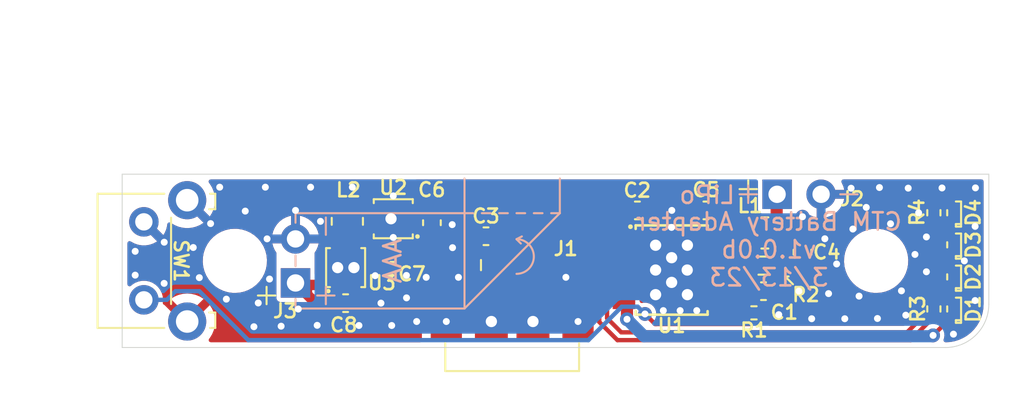
<source format=kicad_pcb>
(kicad_pcb (version 20221018) (generator pcbnew)
  (title_block (title "CTM Battery") (date "2023-03-08") (rev "1.0.0"))
  (layers (0 "F.Cu" signal) (31 "B.Cu" signal) (34 "B.Paste" user) (35 "F.Paste" user) (36 "B.SilkS" user "B.Silkscreen") (37 "F.SilkS" user "F.Silkscreen") (38 "B.Mask" user) (39 "F.Mask" user) (44 "Edge.Cuts" user))
  (net 0 "")
  (net 1 "GND")
  (net 2 "VBUS")
  (net 3 "+5V")
  (net 4 "+3V3")
  (net 5 "+3V0")
  (net 6 "+BATT")
  (net 7 "Net-(U1-BAT)")
  (net 8 "Net-(D1-K)")
  (net 9 "Net-(D1-A)")
  (net 10 "Net-(D3-A)")
  (net 14 "Net-(U1-SW)")
  (net 15 "Net-(U2-LX)")
  (net 16 "Net-(U1-KEY)")
  (net 17 "Net-(SW1-A)")
  (net 18 "Net-(U1-LED1)")
  (net 19 "Net-(U1-LED2)")
  (footprint "Capacitor_SMD:C_0603_1608Metric" (layer "F.Cu") (at 95.37 67.8 -90)
    (fp_text reference "C6" (at -1.9 0.01) (layer "F.SilkS") (effects (font (size 0.8 0.8))))
    (fp_text value "4.7u")
    (fp_line (start -0.14058 -0.51) (end 0.14058 -0.51) (stroke (width 0.12)) (layer "F.SilkS"))
    (fp_line (start -0.14058 0.51) (end 0.14058 0.51) (stroke (width 0.12)) (layer "F.SilkS"))
    (pad "1" smd roundrect (at -0.775 0 270) (size 0.9 0.95) (layers "F.Cu" "F.Paste" "F.Mask") (net 3 "+5V"))
    (pad "2" smd roundrect (at 0.775 0 270) (size 0.9 0.95) (layers "F.Cu" "F.Paste" "F.Mask") (net 1 "GND"))
  )
  (footprint "MountingHole:MountingHole_3.2mm_M3" (layer "F.Cu") (at 84 70)
    (fp_text reference "H1" hide)
    (fp_text value "MountingHole")
    (pad "" np_thru_hole circle (at 0 0) (size 3.2 3.2) (drill 3.2) (layers "*.Cu" "*.Mask"))
  )
  (footprint "slk:L_Vishay_IHHP_0806ZH" (layer "F.Cu") (at 114.58 68.39)
    (fp_text reference "L1" (at -0.86 -1.57) (layer "F.SilkS") (effects (font (size 0.8 0.8))))
    (fp_text value "1u")
    (fp_line (start -0.2 -0.9) (end 0.2 -0.9) (stroke (width 0.12)) (layer "F.SilkS"))
    (fp_line (start -0.2 0.9) (end 0.2 0.9) (stroke (width 0.12)) (layer "F.SilkS"))
    (pad "1" smd roundrect (at -0.675 0) (size 0.85 1.8) (layers "F.Cu" "F.Paste" "F.Mask") (roundrect_rratio 0.2173905882) (net 14 "Net-(U1-SW)"))
    (pad "2" smd roundrect (at 0.675 0) (size 0.85 1.8) (layers "F.Cu" "F.Paste" "F.Mask") (roundrect_rratio 0.2173905882) (net 6 "+BATT"))
  )
  (footprint "Resistor_SMD:R_0402_1005Metric" (layer "F.Cu") (at 124.33 67.225 90)
    (fp_text reference "R4" (at 0.025 -0.97 90) (layer "F.SilkS") (effects (font (size 0.8 0.8))))
    (fp_text value "4.7K")
    (fp_line (start -0.153641 -0.38) (end 0.153641 -0.38) (stroke (width 0.12)) (layer "F.SilkS"))
    (fp_line (start -0.153641 0.38) (end 0.153641 0.38) (stroke (width 0.12)) (layer "F.SilkS"))
    (pad "1" smd roundrect (at -0.51 0 90) (size 0.54 0.64) (layers "F.Cu" "F.Paste" "F.Mask") (net 19 "Net-(U1-LED2)"))
    (pad "2" smd roundrect (at 0.51 0 90) (size 0.54 0.64) (layers "F.Cu" "F.Paste" "F.Mask") (net 10 "Net-(D3-A)"))
  )
  (footprint "Capacitor_SMD:C_0603_1608Metric" (layer "F.Cu") (at 114.5 71.75)
    (fp_text reference "C1" (at 1.2 1.22 180) (layer "F.SilkS") (effects (font (size 0.8 0.8))))
    (fp_text value "22u")
    (fp_line (start -0.14058 -0.51) (end 0.14058 -0.51) (stroke (width 0.12)) (layer "F.SilkS"))
    (fp_line (start -0.14058 0.51) (end 0.14058 0.51) (stroke (width 0.12)) (layer "F.SilkS"))
    (pad "1" smd roundrect (at -0.775 0) (size 0.9 0.95) (layers "F.Cu" "F.Paste" "F.Mask") (net 7 "Net-(U1-BAT)"))
    (pad "2" smd roundrect (at 0.775 0) (size 0.9 0.95) (layers "F.Cu" "F.Paste" "F.Mask") (net 1 "GND"))
  )
  (footprint "MountingHole:MountingHole_3.2mm_M3" (layer "F.Cu") (at 121 70)
    (fp_text reference "H2" hide)
    (fp_text value "MountingHole")
    (pad "" np_thru_hole circle (at 0 0) (size 3.2 3.2) (drill 3.2) (layers "*.Cu" "*.Mask"))
  )
  (footprint "Resistor_SMD:R_0402_1005Metric" (layer "F.Cu") (at 113.95 73)
    (fp_text reference "R1" (at 0 1) (layer "F.SilkS") (effects (font (size 0.8 0.8))))
    (fp_text value "10K")
    (fp_line (start -0.153641 -0.38) (end 0.153641 -0.38) (stroke (width 0.12)) (layer "F.SilkS"))
    (fp_line (start -0.153641 0.38) (end 0.153641 0.38) (stroke (width 0.12)) (layer "F.SilkS"))
    (pad "1" smd roundrect (at -0.51 0) (size 0.54 0.64) (layers "F.Cu" "F.Paste" "F.Mask") (net 16 "Net-(U1-KEY)"))
    (pad "2" smd roundrect (at 0.51 0) (size 0.54 0.64) (layers "F.Cu" "F.Paste" "F.Mask") (net 17 "Net-(SW1-A)"))
  )
  (footprint "Connector_PinHeader_2.54mm:PinHeader_1x02_P2.54mm_Vertical" (layer "F.Cu") (at 87.5 71.275 180)
    (fp_text reference "J3" (at 0.6 -1.615) (layer "F.SilkS") (effects (font (size 0.8 0.8))))
    (fp_text value "Conn_01x02")
    (pad "1" thru_hole rect (at 0 0 180) (size 1.7 1.7) (drill 1) (layers "*.Cu" "*.Mask") (net 5 "+3V0"))
    (pad "2" thru_hole oval (at 0 2.54 180) (size 1.7 1.7) (drill 1) (layers "*.Cu" "*.Mask") (net 1 "GND"))
  )
  (footprint "Capacitor_SMD:C_0603_1608Metric" (layer "F.Cu") (at 111.18 67.09 180)
    (fp_text reference "C5" (at -0.01 1.19) (layer "F.SilkS") (effects (font (size 0.8 0.8))))
    (fp_text value "22u")
    (fp_line (start -0.14058 -0.51) (end 0.14058 -0.51) (stroke (width 0.12)) (layer "F.SilkS"))
    (fp_line (start -0.14058 0.51) (end 0.14058 0.51) (stroke (width 0.12)) (layer "F.SilkS"))
    (pad "1" smd roundrect (at -0.775 0 180) (size 0.9 0.95) (layers "F.Cu" "F.Paste" "F.Mask") (net 3 "+5V"))
    (pad "2" smd roundrect (at 0.775 0 180) (size 0.9 0.95) (layers "F.Cu" "F.Paste" "F.Mask") (net 1 "GND"))
  )
  (footprint "slk:LED_RA_0402" (layer "F.Cu") (at 125.25 72.775 -90)
    (fp_text reference "D1" (at 0.005 -1.35 90) (layer "F.SilkS") (effects (font (size 0.8 0.8))))
    (fp_text value "25%")
    (fp_line (start -0.65 -0.65) (end 0.65 -0.65) (stroke (width 0.12)) (layer "F.SilkS"))
    (fp_line (start -0.65 -0.35) (end -0.65 -0.65) (stroke (width 0.12)) (layer "F.SilkS"))
    (fp_line (start -0.15 0.15) (end 0.15 0.15) (stroke (width 0.12)) (layer "F.SilkS"))
    (fp_line (start 0.65 -0.65) (end 0.65 -0.35) (stroke (width 0.12)) (layer "F.SilkS"))
    (fp_line (start 0.65 -0.65) (end 0.8 -0.65) (stroke (width 0.12)) (layer "F.SilkS"))
    (fp_line (start 0.8 -0.35) (end 0.65 -0.35) (stroke (width 0.12)) (layer "F.SilkS"))
    (fp_line (start 0.8 -0.35) (end 0.8 -0.65) (stroke (width 0.12)) (layer "F.SilkS"))
    (pad "1" smd roundrect (at 0.5 0 270) (size 0.5 0.5) (layers "F.Cu" "F.Paste" "F.Mask") (net 8 "Net-(D1-K)"))
    (pad "2" smd roundrect (at -0.5 0 270) (size 0.5 0.5) (layers "F.Cu" "F.Paste" "F.Mask") (net 9 "Net-(D1-A)"))
  )
  (footprint "slk:LED_RA_0402" (layer "F.Cu") (at 125.25 67.225 -90)
    (fp_text reference "D4" (at -0.005 -1.35 90) (layer "F.SilkS") (effects (font (size 0.8 0.8))))
    (fp_text value "100%")
    (fp_line (start -0.65 -0.65) (end 0.65 -0.65) (stroke (width 0.12)) (layer "F.SilkS"))
    (fp_line (start -0.65 -0.35) (end -0.65 -0.65) (stroke (width 0.12)) (layer "F.SilkS"))
    (fp_line (start -0.15 0.15) (end 0.15 0.15) (stroke (width 0.12)) (layer "F.SilkS"))
    (fp_line (start 0.65 -0.65) (end 0.65 -0.35) (stroke (width 0.12)) (layer "F.SilkS"))
    (fp_line (start 0.65 -0.65) (end 0.8 -0.65) (stroke (width 0.12)) (layer "F.SilkS"))
    (fp_line (start 0.8 -0.35) (end 0.65 -0.35) (stroke (width 0.12)) (layer "F.SilkS"))
    (fp_line (start 0.8 -0.35) (end 0.8 -0.65) (stroke (width 0.12)) (layer "F.SilkS"))
    (pad "1" smd roundrect (at 0.5 0 270) (size 0.5 0.5) (layers "F.Cu" "F.Paste" "F.Mask") (net 10 "Net-(D3-A)"))
    (pad "2" smd roundrect (at -0.5 0 270) (size 0.5 0.5) (layers "F.Cu" "F.Paste" "F.Mask") (net 8 "Net-(D1-K)"))
  )
  (footprint "slk:eSOP-8" (layer "F.Cu") (at 109.2 70.53)
    (fp_text reference "U1" (at 0 3.21) (layer "F.SilkS") (effects (font (size 0.8 0.8))))
    (fp_text value "IP5306_CK")
    (fp_line (start -2.075 -2.575) (end -2.075 -2.375) (stroke (width 0.15)) (layer "F.SilkS"))
    (fp_line (start -2.075 -2.575) (end 2.075 -2.575) (stroke (width 0.15)) (layer "F.SilkS"))
    (fp_line (start -2.075 2.575) (end -2.075 2.375) (stroke (width 0.15)) (layer "F.SilkS"))
    (fp_line (start -2.075 2.575) (end 2.075 2.575) (stroke (width 0.15)) (layer "F.SilkS"))
    (fp_line (start 2.075 -2.575) (end 2.075 -2.375) (stroke (width 0.15)) (layer "F.SilkS"))
    (fp_line (start 2.075 2.575) (end 2.075 2.375) (stroke (width 0.15)) (layer "F.SilkS"))
    (fp_circle (center -2.375 -2.5) (end -2.3 -2.5) (stroke (width 0.12)) (fill solid) (layer "F.SilkS"))
    (pad "1" smd rect (at -2.75 -1.905) (size 1.3 0.7) (layers "F.Cu" "F.Paste" "F.Mask") (net 2 "VBUS"))
    (pad "2" smd rect (at -2.75 -0.635) (size 1.3 0.7) (layers "F.Cu" "F.Paste" "F.Mask") (net 18 "Net-(U1-LED1)"))
    (pad "3" smd rect (at -2.75 0.635) (size 1.3 0.7) (layers "F.Cu" "F.Paste" "F.Mask") (net 19 "Net-(U1-LED2)"))
    (pad "4" smd rect (at -2.75 1.905) (size 1.3 0.7) (layers "F.Cu" "F.Paste" "F.Mask") (net 8 "Net-(D1-K)"))
    (pad "5" smd rect (at 2.75 1.905) (size 1.3 0.7) (layers "F.Cu" "F.Paste" "F.Mask") (net 16 "Net-(U1-KEY)"))
    (pad "6" smd rect (at 2.75 0.635) (size 1.3 0.7) (layers "F.Cu" "F.Paste" "F.Mask") (net 7 "Net-(U1-BAT)"))
    (pad "7" smd rect (at 2.75 -0.635) (size 1.3 0.7) (layers "F.Cu" "F.Paste" "F.Mask") (net 14 "Net-(U1-SW)"))
    (pad "8" smd rect (at 2.75 -1.905) (size 1.3 0.7) (layers "F.Cu" "F.Paste" "F.Mask") (net 3 "+5V"))
    (pad "9" smd rect (at 0 0) (size 2.4 3.4) (layers "F.Cu" "F.Mask") (net 1 "GND"))
  )
  (footprint "slk:SW_Tactile_SKHH_Angled_Shielded" (layer "F.Cu") (at 78.75 72.25 90)
    (fp_text reference "SW1" (at 2.25 2.15 270 unlocked) (layer "F.SilkS") (effects (font (size 0.8 0.8))))
    (fp_text value "SW_Push_SPST_Shielded")
    (fp_line (start -1.62 -2.67) (end -1.62 1.18) (stroke (width 0.12)) (layer "F.SilkS"))
    (fp_line (start -1.62 3.82) (end -1.62 4.12) (stroke (width 0.12)) (layer "F.SilkS"))
    (fp_line (start -0.73 4.12) (end -1.62 4.12) (stroke (width 0.12)) (layer "F.SilkS"))
    (fp_line (start -0.73 4.12) (end -0.73 3.77) (stroke (width 0.12)) (layer "F.SilkS"))
    (fp_line (start -0.24 1.57) (end 4.74 1.57) (stroke (width 0.12)) (layer "F.SilkS"))
    (fp_line (start 5.23 4.12) (end 5.23 3.77) (stroke (width 0.12)) (layer "F.SilkS"))
    (fp_line (start 6.12 -2.67) (end -1.62 -2.67) (stroke (width 0.12)) (layer "F.SilkS"))
    (fp_line (start 6.12 1.18) (end 6.12 -2.67) (stroke (width 0.12)) (layer "F.SilkS"))
    (fp_line (start 6.12 3.82) (end 6.12 4.12) (stroke (width 0.12)) (layer "F.SilkS"))
    (fp_line (start 6.12 4.12) (end 5.23 4.12) (stroke (width 0.12)) (layer "F.SilkS"))
    (pad "1" thru_hole circle (at 0 0 270) (size 1.7 1.7) (drill 1) (layers "*.Cu" "*.Mask") (net 17 "Net-(SW1-A)"))
    (pad "2" thru_hole circle (at 4.5 0 270) (size 1.7 1.7) (drill 1) (layers "*.Cu" "*.Mask") (net 1 "GND"))
    (pad "3" thru_hole circle (at -1.25 2.5 270) (size 2.2 2.2) (drill 1.3) (layers "*.Cu" "*.Mask") (net 1 "GND"))
    (pad "4" thru_hole circle (at 5.75 2.5 270) (size 2.2 2.2) (drill 1.3) (layers "*.Cu" "*.Mask") (net 1 "GND"))
  )
  (footprint "Capacitor_SMD:C_0603_1608Metric" (layer "F.Cu") (at 116.75 69.5 90)
    (fp_text reference "C4" (at 0 1.4) (layer "F.SilkS") (effects (font (size 0.8 0.8))))
    (fp_text value "22u")
    (fp_line (start -0.14058 -0.51) (end 0.14058 -0.51) (stroke (width 0.12)) (layer "F.SilkS"))
    (fp_line (start -0.14058 0.51) (end 0.14058 0.51) (stroke (width 0.12)) (layer "F.SilkS"))
    (pad "1" smd roundrect (at -0.775 0 90) (size 0.9 0.95) (layers "F.Cu" "F.Paste" "F.Mask") (net 6 "+BATT"))
    (pad "2" smd roundrect (at 0.775 0 90) (size 0.9 0.95) (layers "F.Cu" "F.Paste" "F.Mask") (net 1 "GND"))
  )
  (footprint "slk:L_Vishay_IHHP_0806ZH" (layer "F.Cu") (at 90.49 67.72 -90)
    (fp_text reference "L2" (at -1.81 -0.06 180) (layer "F.SilkS") (effects (font (size 0.8 0.8))))
    (fp_text value "2.2u")
    (fp_line (start -0.2 -0.9) (end 0.2 -0.9) (stroke (width 0.12)) (layer "F.SilkS"))
    (fp_line (start -0.2 0.9) (end 0.2 0.9) (stroke (width 0.12)) (layer "F.SilkS"))
    (pad "1" smd roundrect (at -0.675 0 270) (size 0.85 1.8) (layers "F.Cu" "F.Paste" "F.Mask") (roundrect_rratio 0.2173905882) (net 15 "Net-(U2-LX)"))
    (pad "2" smd roundrect (at 0.675 0 270) (size 0.85 1.8) (layers "F.Cu" "F.Paste" "F.Mask") (roundrect_rratio 0.2173905882) (net 4 "+3V3"))
  )
  (footprint "Capacitor_SMD:C_0603_1608Metric" (layer "F.Cu") (at 107.225 67.09)
    (fp_text reference "C2" (at -0.01 -1.16) (layer "F.SilkS") (effects (font (size 0.8 0.8))))
    (fp_text value "10u")
    (fp_line (start -0.14058 -0.51) (end 0.14058 -0.51) (stroke (width 0.12)) (layer "F.SilkS"))
    (fp_line (start -0.14058 0.51) (end 0.14058 0.51) (stroke (width 0.12)) (layer "F.SilkS"))
    (pad "1" smd roundrect (at -0.775 0) (size 0.9 0.95) (layers "F.Cu" "F.Paste" "F.Mask") (net 2 "VBUS"))
    (pad "2" smd roundrect (at 0.775 0) (size 0.9 0.95) (layers "F.Cu" "F.Paste" "F.Mask") (net 1 "GND"))
  )
  (footprint "slk:LED_RA_0402" (layer "F.Cu") (at 125.25 69.075 -90)
    (fp_text reference "D3" (at 0.005 -1.35 90) (layer "F.SilkS") (effects (font (size 0.8 0.8))))
    (fp_text value "75%")
    (fp_line (start -0.65 -0.65) (end 0.65 -0.65) (stroke (width 0.12)) (layer "F.SilkS"))
    (fp_line (start -0.65 -0.35) (end -0.65 -0.65) (stroke (width 0.12)) (layer "F.SilkS"))
    (fp_line (start -0.15 0.15) (end 0.15 0.15) (stroke (width 0.12)) (layer "F.SilkS"))
    (fp_line (start 0.65 -0.65) (end 0.65 -0.35) (stroke (width 0.12)) (layer "F.SilkS"))
    (fp_line (start 0.65 -0.65) (end 0.8 -0.65) (stroke (width 0.12)) (layer "F.SilkS"))
    (fp_line (start 0.8 -0.35) (end 0.65 -0.35) (stroke (width 0.12)) (layer "F.SilkS"))
    (fp_line (start 0.8 -0.35) (end 0.8 -0.65) (stroke (width 0.12)) (layer "F.SilkS"))
    (pad "1" smd roundrect (at 0.5 0 270) (size 0.5 0.5) (layers "F.Cu" "F.Paste" "F.Mask") (net 8 "Net-(D1-K)"))
    (pad "2" smd roundrect (at -0.5 0 270) (size 0.5 0.5) (layers "F.Cu" "F.Paste" "F.Mask") (net 10 "Net-(D3-A)"))
  )
  (footprint "slk:USB_Micro-B_Amphenol_10118192_Horizontal" (layer "F.Cu") (at 100 73.5)
    (fp_text reference "J1" (at 3.09 -4.2) (layer "F.SilkS") (effects (font (size 0.8 0.8))))
    (fp_text value "USB_B_Micro")
    (fp_line (start -3.86 2.86) (end -3.86 1.25) (stroke (width 0.12)) (layer "F.SilkS"))
    (fp_line (start -3.86 2.86) (end 3.86 2.86) (stroke (width 0.12)) (layer "F.SilkS"))
    (fp_line (start -1.8 -2.96) (end -1.8 -3.55) (stroke (width 0.12)) (layer "F.SilkS"))
    (fp_line (start 3.86 2.86) (end 3.86 1.25) (stroke (width 0.12)) (layer "F.SilkS"))
    (pad "1" smd rect (at -1.3 -2.675) (size 0.4 1.35) (layers "F.Cu" "F.Paste" "F.Mask") (net 2 "VBUS"))
    (pad "2" smd rect (at -0.65 -2.675) (size 0.4 1.35) (layers "F.Cu" "F.Paste" "F.Mask"))
    (pad "3" smd rect (at 0 -2.675) (size 0.4 1.35) (layers "F.Cu" "F.Paste" "F.Mask"))
    (pad "4" smd rect (at 0.65 -2.675) (size 0.4 1.35) (layers "F.Cu" "F.Paste" "F.Mask"))
    (pad "5" smd rect (at 1.3 -2.675) (size 0.4 1.35) (layers "F.Cu" "F.Paste" "F.Mask") (net 1 "GND"))
    (pad "6" smd rect (at -3.8 0) (size 1.8 1.9) (layers "F.Cu" "F.Paste" "F.Mask") (net 1 "GND"))
    (pad "6" smd rect (at -3.1 -2.55) (size 2.1 1.6) (layers "F.Cu" "F.Paste" "F.Mask") (net 1 "GND"))
    (pad "6" smd rect (at -1.2 0) (size 1.9 1.9) (layers "F.Cu" "F.Paste" "F.Mask") (net 1 "GND"))
    (pad "6" smd rect (at 1.2 0) (size 1.9 1.9) (layers "F.Cu" "F.Paste" "F.Mask") (net 1 "GND"))
    (pad "6" smd rect (at 3.1 -2.55) (size 2.1 1.6) (layers "F.Cu" "F.Paste" "F.Mask") (net 1 "GND"))
    (pad "6" smd rect (at 3.8 0) (size 1.8 1.9) (layers "F.Cu" "F.Paste" "F.Mask") (net 1 "GND"))
  )
  (footprint "Capacitor_SMD:C_0603_1608Metric" (layer "F.Cu") (at 93.12 69.55)
    (fp_text reference "C7" (at 1.1 1.21) (layer "F.SilkS") (effects (font (size 0.8 0.8))))
    (fp_text value "10u")
    (fp_line (start -0.14058 -0.51) (end 0.14058 -0.51) (stroke (width 0.12)) (layer "F.SilkS"))
    (fp_line (start -0.14058 0.51) (end 0.14058 0.51) (stroke (width 0.12)) (layer "F.SilkS"))
    (pad "1" smd roundrect (at -0.775 0) (size 0.9 0.95) (layers "F.Cu" "F.Paste" "F.Mask") (net 4 "+3V3"))
    (pad "2" smd roundrect (at 0.775 0) (size 0.9 0.95) (layers "F.Cu" "F.Paste" "F.Mask") (net 1 "GND"))
  )
  (footprint "slk:LED_RA_0402" (layer "F.Cu") (at 125.25 70.925 -90)
    (fp_text reference "D2" (at 0 -1.35 90) (layer "F.SilkS") (effects (font (size 0.8 0.8))))
    (fp_text value "50%")
    (fp_line (start -0.65 -0.65) (end 0.65 -0.65) (stroke (width 0.12)) (layer "F.SilkS"))
    (fp_line (start -0.65 -0.35) (end -0.65 -0.65) (stroke (width 0.12)) (layer "F.SilkS"))
    (fp_line (start -0.15 0.15) (end 0.15 0.15) (stroke (width 0.12)) (layer "F.SilkS"))
    (fp_line (start 0.65 -0.65) (end 0.65 -0.35) (stroke (width 0.12)) (layer "F.SilkS"))
    (fp_line (start 0.65 -0.65) (end 0.8 -0.65) (stroke (width 0.12)) (layer "F.SilkS"))
    (fp_line (start 0.8 -0.35) (end 0.65 -0.35) (stroke (width 0.12)) (layer "F.SilkS"))
    (fp_line (start 0.8 -0.35) (end 0.8 -0.65) (stroke (width 0.12)) (layer "F.SilkS"))
    (pad "1" smd roundrect (at 0.5 0 270) (size 0.5 0.5) (layers "F.Cu" "F.Paste" "F.Mask") (net 9 "Net-(D1-A)"))
    (pad "2" smd roundrect (at -0.5 0 270) (size 0.5 0.5) (layers "F.Cu" "F.Paste" "F.Mask") (net 8 "Net-(D1-K)"))
  )
  (footprint "slk:WSON-6_2x2" (layer "F.Cu") (at 90.39 70.39 90)
    (fp_text reference "U3" (at -0.88 2.09 180) (layer "F.SilkS") (effects (font (size 0.8 0.8))))
    (fp_text value "TLV75730PDRV")
    (fp_line (start -1.125 -1.125) (end -1.125 -0.9) (stroke (width 0.12)) (layer "F.SilkS"))
    (fp_line (start -1.125 -1.125) (end 1.125 -1.125) (stroke (width 0.12)) (layer "F.SilkS"))
    (fp_line (start -1.125 1.125) (end -1.125 0.9) (stroke (width 0.12)) (layer "F.SilkS"))
    (fp_line (start -1.125 1.125) (end 1.125 1.125) (stroke (width 0.12)) (layer "F.SilkS"))
    (fp_line (start 1.125 -0.9) (end 1.125 -1.125) (stroke (width 0.12)) (layer "F.SilkS"))
    (fp_line (start 1.125 1.125) (end 1.125 0.9) (stroke (width 0.12)) (layer "F.SilkS"))
    (fp_circle (center -1.354289 -1) (end -1.283578 -1) (stroke (width 0.12)) (fill solid) (layer "F.SilkS"))
    (pad "1" smd roundrect (at -0.975 -0.65 90) (size 0.45 0.3) (layers "F.Cu" "F.Paste" "F.Mask") (roundrect_rratio 0.1666666667) (net 5 "+3V0"))
    (pad "2" smd roundrect (at -0.975 0 90) (size 0.45 0.3) (layers "F.Cu" "F.Paste" "F.Mask") (roundrect_rratio 0.1666666667))
    (pad "3" smd roundrect (at -0.975 0.65 90) (size 0.45 0.3) (layers "F.Cu" "F.Paste" "F.Mask") (roundrect_rratio 0.1666666667) (net 1 "GND"))
    (pad "4" smd roundrect (at 0.975 0.65 90) (size 0.45 0.3) (layers "F.Cu" "F.Paste" "F.Mask") (roundrect_rratio 0.1666666667) (net 4 "+3V3"))
    (pad "5" smd roundrect (at 0.975 0 90) (size 0.45 0.3) (layers "F.Cu" "F.Paste" "F.Mask") (roundrect_rratio 0.1666666667))
    (pad "6" smd roundrect (at 0.975 -0.65 90) (size 0.45 0.3) (layers "F.Cu" "F.Paste" "F.Mask") (roundrect_rratio 0.1666666667) (net 4 "+3V3"))
    (pad "7" smd roundrect (at 0 0 90) (size 1 1.6) (layers "F.Cu" "F.Mask") (roundrect_rratio 0.05) (net 1 "GND"))
  )
  (footprint "Resistor_SMD:R_0402_1005Metric" (layer "F.Cu") (at 124.33 72.775 90)
    (fp_text reference "R3" (at 0 -0.93 90) (layer "F.SilkS") (effects (font (size 0.8 0.8))))
    (fp_text value "4.7K")
    (fp_line (start -0.153641 -0.38) (end 0.153641 -0.38) (stroke (width 0.12)) (layer "F.SilkS"))
    (fp_line (start -0.153641 0.38) (end 0.153641 0.38) (stroke (width 0.12)) (layer "F.SilkS"))
    (pad "1" smd roundrect (at -0.51 0 90) (size 0.54 0.64) (layers "F.Cu" "F.Paste" "F.Mask") (net 18 "Net-(U1-LED1)"))
    (pad "2" smd roundrect (at 0.51 0 90) (size 0.54 0.64) (layers "F.Cu" "F.Paste" "F.Mask") (net 9 "Net-(D1-A)"))
  )
  (footprint "Resistor_SMD:R_0603_1608Metric" (layer "F.Cu") (at 114.449 70.275)
    (fp_text reference "R2" (at 2.5 1.68 180) (layer "F.SilkS") (effects (font (size 0.8 0.8))))
    (fp_text value "0.5")
    (fp_line (start -0.237258 -0.5225) (end 0.237258 -0.5225) (stroke (width 0.12)) (layer "F.SilkS"))
    (fp_line (start -0.237258 0.5225) (end 0.237258 0.5225) (stroke (width 0.12)) (layer "F.SilkS"))
    (pad "1" smd roundrect (at -0.825 0) (size 0.8 0.95) (layers "F.Cu" "F.Paste" "F.Mask") (net 7 "Net-(U1-BAT)"))
    (pad "2" smd roundrect (at 0.825 0) (size 0.8 0.95) (layers "F.Cu" "F.Paste" "F.Mask") (net 6 "+BATT"))
  )
  (footprint "Capacitor_SMD:C_0603_1608Metric" (layer "F.Cu") (at 90.39 72.44)
    (fp_text reference "C8" (at -0.11 1.26) (layer "F.SilkS") (effects (font (size 0.8 0.8))))
    (fp_text value "1u")
    (fp_line (start -0.14058 -0.51) (end 0.14058 -0.51) (stroke (width 0.12)) (layer "F.SilkS"))
    (fp_line (start -0.14058 0.51) (end 0.14058 0.51) (stroke (width 0.12)) (layer "F.SilkS"))
    (pad "1" smd roundrect (at -0.775 0) (size 0.9 0.95) (layers "F.Cu" "F.Paste" "F.Mask") (net 5 "+3V0"))
    (pad "2" smd roundrect (at 0.775 0) (size 0.9 0.95) (layers "F.Cu" "F.Paste" "F.Mask") (net 1 "GND"))
  )
  (footprint "Capacitor_SMD:C_0603_1608Metric" (layer "F.Cu") (at 98.49 68.58 180)
    (fp_text reference "C3" (at 0 1.16) (layer "F.SilkS") (effects (font (size 0.8 0.8))))
    (fp_text value "10u")
    (fp_line (start -0.14058 -0.51) (end 0.14058 -0.51) (stroke (width 0.12)) (layer "F.SilkS"))
    (fp_line (start -0.14058 0.51) (end 0.14058 0.51) (stroke (width 0.12)) (layer "F.SilkS"))
    (pad "1" smd roundrect (at -0.775 0 180) (size 0.9 0.95) (layers "F.Cu" "F.Paste" "F.Mask") (net 2 "VBUS"))
    (pad "2" smd roundrect (at 0.775 0 180) (size 0.9 0.95) (layers "F.Cu" "F.Paste" "F.Mask") (net 1 "GND"))
  )
  (footprint "Connector_PinHeader_2.54mm:PinHeader_1x02_P2.54mm_Vertical" (layer "F.Cu") (at 115.285 66.16 90)
    (fp_text reference "J2" (at -0.265 4.33) (layer "F.SilkS") (effects (font (size 0.8 0.8))))
    (fp_text value "Conn_01x02")
    (pad "1" thru_hole rect (at 0 0 90) (size 1.7 1.7) (drill 1) (layers "*.Cu" "*.Mask") (net 6 "+BATT"))
    (pad "2" thru_hole oval (at 0 2.54 90) (size 1.7 1.7) (drill 1) (layers "*.Cu" "*.Mask") (net 1 "GND"))
  )
  (footprint "slk:WDFN-6L_2x2" (layer "F.Cu") (at 93.14 67.57 180)
    (fp_text reference "U2" (at 0 1.8) (layer "F.SilkS") (effects (font (size 0.8 0.8))))
    (fp_text value "RT8010")
    (fp_line (start -1.125 -1.125) (end -1.125 -0.9) (stroke (width 0.12)) (layer "F.SilkS"))
    (fp_line (start -1.125 -1.125) (end 1.125 -1.125) (stroke (width 0.12)) (layer "F.SilkS"))
    (fp_line (start -1.125 1.125) (end -1.125 0.9) (stroke (width 0.12)) (layer "F.SilkS"))
    (fp_line (start -1.125 1.125) (end 1.125 1.125) (stroke (width 0.12)) (layer "F.SilkS"))
    (fp_line (start 1.125 -1.125) (end 1.125 -0.9) (stroke (width 0.12)) (layer "F.SilkS"))
    (fp_line (start 1.125 1.125) (end 1.125 0.9) (stroke (width 0.12)) (layer "F.SilkS"))
    (fp_circle (center -1.395711 -1.025) (end -1.325 -1.025) (stroke (width 0.12)) (fill solid) (layer "F.SilkS"))
    (pad "1" smd roundrect (at -1 -0.65 180) (size 0.8 0.35) (layers "F.Cu" "F.Paste" "F.Mask"))
    (pad "2" smd roundrect (at -1 0 180) (size 0.8 0.35) (layers "F.Cu" "F.Paste" "F.Mask") (net 3 "+5V"))
    (pad "3" smd roundrect (at -1 0.65 180) (size 0.8 0.35) (layers "F.Cu" "F.Paste" "F.Mask") (net 3 "+5V"))
    (pad "4" smd roundrect (at 1 0.65 180) (size 0.8 0.35) (layers "F.Cu" "F.Paste" "F.Mask") (net 15 "Net-(U2-LX)"))
    (pad "5" smd roundrect (at 1 0 180) (size 0.8 0.35) (layers "F.Cu" "F.Paste" "F.Mask") (net 1 "GND"))
    (pad "6" smd roundrect (at 1 -0.65 180) (size 0.8 0.35) (layers "F.Cu" "F.Paste" "F.Mask") (net 4 "+3V3"))
    (pad "7" smd rect (at 0 0 180) (size 0.8 1.4) (layers "F.Cu" "F.Mask") (net 1 "GND"))
  )
  (gr_line (start 97.25 67.25) (end 97.25 65.25) (stroke (width 0.12)) (layer "B.SilkS"))
  (gr_line (start 113.62 65.66) (end 113.62 66.66) (stroke (width 0.12)) (layer "B.SilkS"))
  (gr_line (start 97.25 72.75) (end 102.75 67.25) (stroke (width 0.12)) (layer "B.SilkS"))
  (gr_line (start 98.25 67.25) (end 98.75 67.25) (stroke (width 0.12)) (layer "B.SilkS"))
  (gr_line (start 89.25 71.5) (end 89.25 72.5) (stroke (width 0.12)) (layer "B.SilkS"))
  (gr_line (start 89.25 68.5) (end 89.25 67.5) (stroke (width 0.12)) (layer "B.SilkS"))
  (gr_line (start 87.5 69.7) (end 87.5 70.3) (stroke (width 0.12)) (layer "B.SilkS"))
  (gr_line (start 114.12 66.16) (end 113.12 66.16) (stroke (width 0.12)) (layer "B.SilkS"))
  (gr_line (start 99.25 67.25) (end 99.75 67.25) (stroke (width 0.12)) (layer "B.SilkS"))
  (gr_line (start 102.25 67.25) (end 102.75 67.25) (stroke (width 0.12)) (layer "B.SilkS"))
  (gr_line (start 87.5 67.25) (end 87.5 67.8) (stroke (width 0.12)) (layer "B.SilkS"))
  (gr_line (start 87.5 67.25) (end 97.25 67.25) (stroke (width 0.12)) (layer "B.SilkS"))
  (gr_line (start 100.25 67.25) (end 100.75 67.25) (stroke (width 0.12)) (layer "B.SilkS"))
  (gr_line (start 100.25 68.75) (end 100.56 68.59) (stroke (width 0.12)) (layer "B.SilkS"))
  (gr_arc (start 100.25 68.75) (mid 101.25 69.75) (end 100.25 70.75) (stroke (width 0.12)) (layer "B.SilkS"))
  (gr_line (start 87.5 72.2) (end 87.5 72.75) (stroke (width 0.12)) (layer "B.SilkS"))
  (gr_line (start 101.25 67.25) (end 101.75 67.25) (stroke (width 0.12)) (layer "B.SilkS"))
  (gr_line (start 88.75 72) (end 89.75 72) (stroke (width 0.12)) (layer "B.SilkS"))
  (gr_line (start 119.93 66.16) (end 118.93 66.16) (stroke (width 0.12)) (layer "B.SilkS"))
  (gr_line (start 97.25 67.25) (end 97.75 67.25) (stroke (width 0.12)) (layer "B.SilkS"))
  (gr_line (start 102.75 67.25) (end 102.75 65.25) (stroke (width 0.12)) (layer "B.SilkS"))
  (gr_line (start 100.25 68.75) (end 100.5 69) (stroke (width 0.12)) (layer "B.SilkS"))
  (gr_line (start 87.5 72.75) (end 97.25 72.75) (stroke (width 0.12)) (layer "B.SilkS"))
  (gr_line (start 97.25 67.25) (end 97.25 72.75) (stroke (width 0.12)) (layer "B.SilkS"))
  (gr_line (start 85.33 72) (end 86.33 72) (stroke (width 0.12)) (layer "F.SilkS"))
  (gr_line (start 113.62 65.36) (end 113.62 66.36) (stroke (width 0.12)) (layer "F.SilkS"))
  (gr_line (start 116.2 71.35) (end 115.75 70.9) (stroke (width 0.12)) (layer "F.SilkS"))
  (gr_line (start 85.83 72.5) (end 85.83 71.5) (stroke (width 0.12)) (layer "F.SilkS"))
  (gr_line (start 113.12 65.86) (end 114.12 65.86) (stroke (width 0.12)) (layer "F.SilkS"))
  (gr_line (start 115.75 70.9) (end 115.75 71.1) (stroke (width 0.12)) (layer "F.SilkS"))
  (gr_line (start 115.75 70.9) (end 115.95 70.9) (stroke (width 0.12)) (layer "F.SilkS"))
  (gr_line (start 77.5 75) (end 77.5 65) (stroke (width 0.05)) (layer "Edge.Cuts"))
  (gr_line (start 77.5 65) (end 127.5 65) (stroke (width 0.05)) (layer "Edge.Cuts"))
  (gr_arc (start 127.5 72.5) (mid 126.767767 74.267767) (end 125 75) (stroke (width 0.05)) (layer "Edge.Cuts"))
  (gr_line (start 125 75) (end 77.5 75) (stroke (width 0.05)) (layer "Edge.Cuts"))
  (gr_line (start 127.5 65) (end 127.5 72.5) (stroke (width 0.05)) (layer "Edge.Cuts"))
  (gr_text "CTM Battery Adapter\nv1.0.0b\n3/13/23" (at 114.81 69.35) (layer "B.SilkS") (effects (font (size 1 1)) (justify mirror)))
  (gr_text "AAA" (at 93.1 70 90) (layer "B.SilkS") (effects (font (size 1 1)) (justify mirror)))
  (gr_text "LiPo" (at 111.25 66.2) (layer "B.SilkS") (effects (font (size 1 1)) (justify mirror)))
  (segment (start 101.3 70.825) (end 101.3 73.4) (width 0.4) (layer "F.Cu") (net 1))
  (segment (start 97.695 69.51) (end 96.975 69.51) (width 0.25) (layer "F.Cu") (net 1))
  (segment (start 93.14 67.57) (end 93.14 68.702245) (width 0.5) (layer "F.Cu") (net 1))
  (segment (start 93.895 69.459311) (end 93.138967 68.703278) (width 0.6) (layer "F.Cu") (net 1))
  (segment (start 101.425 70.95) (end 101.3 70.825) (width 0.25) (layer "F.Cu") (net 1))
  (segment (start 93.14 68.702245) (end 93.138967 68.703278) (width 0.25) (layer "F.Cu") (net 1))
  (segment (start 103.095 70.91) (end 101.42 70.91) (width 0.6) (layer "F.Cu") (net 1))
  (segment (start 96.22 69.515) (end 95.5 69.515) (width 0.25) (layer "F.Cu") (net 1))
  (segment (start 97.715 69.385) (end 97.715 68.485) (width 0.5) (layer "F.Cu") (net 1))
  (via (at 117.28 73.34) (size 0.8) (drill 0.4) (layers "F.Cu" "B.Cu") (net 1))
  (via (at 118.72 70.18) (size 0.8) (drill 0.4) (layers "F.Cu" "B.Cu") (net 1))
  (via (at 83.51 72.21) (size 0.8) (drill 0.4) (layers "F.Cu" "B.Cu") (net 1))
  (via (at 81.95 70.97) (size 0.8) (drill 0.4) (layers "F.Cu" "B.Cu") (net 1))
  (via (at 119.555 65.81) (size 0.8) (drill 0.4) (layers "F.Cu" "B.Cu") (net 1))
  (via (at 93.14 68.65) (size 0.8) (drill 0.4) (layers "F.Cu" "B.Cu") (net 1))
  (via (at 89.93 70.39) (size 1.05) (drill 0.65) (layers "F.Cu" "B.Cu") (net 1))
  (via (at 79.925 68.925) (size 0.8) (drill 0.4) (layers "F.Cu" "B.Cu") (net 1))
  (via (at 101.2 73.5) (size 1.05) (drill 0.65) (layers "F.Cu" "B.Cu") (net 1))
  (via (at 87.66 72.78) (size 0.8) (drill 0.4) (layers "F.Cu" "B.Cu") (net 1))
  (via (at 103.8 73.5) (size 0.8) (drill 0.4) (layers "F.Cu" "B.Cu") (net 1))
  (via (at 93.05 73.73) (size 0.8) (drill 0.4) (layers "F.Cu" "B.Cu") (net 1))
  (via (at 123.45 67.23) (size 0.8) (drill 0.4) (layers "F.Cu" "B.Cu") (net 1))
  (via (at 81.6 69.23) (size 0.8) (drill 0.4) (layers "F.Cu" "B.Cu") (net 1))
  (via (at 85.1 73.8) (size 0.8) (drill 0.4) (layers "F.Cu" "B.Cu") (net 1))
  (via (at 120.43 66.915) (size 0.8) (drill 0.4) (layers "F.Cu" "B.Cu") (net 1))
  (via (at 90.78 65.75) (size 0.8) (drill 0.4) (layers "F.Cu" "B.Cu") (net 1))
  (via (at 109.2 69.8175) (size 1.05) (drill 0.65) (layers "F.Cu" "B.Cu") (net 1))
  (via (at 109.195 68.07) (size 0.8) (drill 0.4) (layers "F.Cu" "B.Cu") (net 1))
  (via (at 126.71 68.01) (size 0.8) (drill 0.4) (layers "F.Cu" "B.Cu") (net 1))
  (via (at 121.075 73.325) (size 0.8) (drill 0.4) (layers "F.Cu" "B.Cu") (net 1))
  (via (at 78.25 70.825) (size 0.8) (drill 0.4) (layers "F.Cu" "B.Cu") (net 1))
  (via (at 86.67 73.77) (size 0.8) (drill 0.4) (layers "F.Cu" "B.Cu") (net 1))
  (via (at 86 71.05) (size 0.8) (drill 0.4) (layers "F.Cu" "B.Cu") (net 1))
  (via (at 93.01 67.57) (size 1.05) (drill 0.65) (layers "F.Cu" "B.Cu") (net 1))
  (via (at 123.24 69.63) (size 0.8) (drill 0.4) (layers "F.Cu" "B.Cu") (net 1))
  (via (at 122.71 73.135) (size 0.8) (drill 0.4) (layers "F.Cu" "B.Cu") (net 1))
  (via (at 118.255 71.89) (size 0.8) (drill 0.4) (layers "F.Cu" "B.Cu") (net 1))
  (via (at 108.72 72.87) (size 0.8) (drill 0.4) (layers "F.Cu" "B.Cu") (net 1))
  (via (at 110.11 71.95) (size 1.05) (drill 0.65) (layers "F.Cu" "B.Cu") (net 1))
  (via (at 79.92 71.3) (size 0.8) (drill 0.4) (layers "F.Cu" "B.Cu") (net 1))
  (via (at 109.2 71.2425) (size 1.05) (drill 0.65) (layers "F.Cu" "B.Cu") (net 1))
  (via (at 126.71 72.29) (size 0.8) (drill 0.4) (layers "F.Cu" "B.Cu") (net 1))
  (via (at 93.9 70.84) (size 0.8) (drill 0.4) (layers "F.Cu" "B.Cu") (net 1))
  (via (at 93.14 66.25) (size 0.8) (drill 0.4) (layers "F.Cu" "B.Cu") (net 1))
  (via (at 119.19 73.34) (size 0.8) (drill 0.4) (layers "F.Cu" "B.Cu") (net 1))
  (via (at 78.25 69.45) (size 0.8) (drill 0.4) (layers "F.Cu" "B.Cu") (net 1))
  (via (at 123.9 70.63) (size 0.8) (drill 0.4) (layers "F.Cu" "B.Cu") (net 1))
  (via (at 110.65 72.87) (size 0.8) (drill 0.4) (layers "F.Cu" "B.Cu") (net 1))
  (via (at 124.8 65.795) (size 0.8) (drill 0.4) (layers "F.Cu" "B.Cu") (net 1))
  (via (at 122.46 71.73) (size 0.8) (drill 0.4) (layers "F.Cu" "B.Cu") (net 1))
  (via (at 82.6 67.85) (size 0.8) (drill 0.4) (layers "F.Cu" "B.Cu") (net 1))
  (via (at 83.125 65.75) (size 0.8) (drill 0.4) (layers "F.Cu" "B.Cu") (net 1))
  (via (at 98.8 73.5) (size 1.05) (drill 0.65) (layers "F.Cu" "B.Cu") (net 1))
  (via (at 88.75 73.72) (size 0.8) (drill 0.4) (layers "F.Cu" "B.Cu") (net 1))
  (via (at 94.49 73.5) (size 0.8) (drill 0.4) (layers "F.Cu" "B.Cu") (net 1))
  (via (at 96.56 69.24) (size 0.8) (drill 0.4) (layers "F.Cu" "B.Cu") (net 1))
  (via (at 121.19 65.77) (size 0.8) (drill 0.4) (layers "F.Cu" "B.Cu") (net 1))
  (via (at 108.275 71.95) (size 1.05) (drill 0.65) (layers "F.Cu" "B.Cu") (net 1))
  (via (at 121.83 67.86) (size 0.8) (drill 0.4) (layers "F.Cu" "B.Cu") (net 1))
  (via (at 115.38 73.105) (size 0.8) (drill 0.4) (layers "F.Cu" "B.Cu") (net 1))
  (via (at 91.16 73.73) (size 0.8) (drill 0.4) (layers "F.Cu" "B.Cu") (net 1))
  (via (at 120.015 72.035) (size 0.8) (drill 0.4) (layers "F.Cu" "B.Cu") (net 1))
  (via (at 93.905 72.135) (size 0.8) (drill 0.4) (layers "F.Cu" "B.Cu") (net 1))
  (via (at 88.37 65.75) (size 0.8) (drill 0.4) (layers "F.Cu" "B.Cu") (net 1))
  (via (at 110.1 70.53) (size 1.05) (drill 0.65) (layers "F.Cu" "B.Cu") (net 1))
  (via (at 96.2 73.5) (size 0.8) (drill 0.4) (layers "F.Cu" "B.Cu") (net 1))
  (via (at 85.86 68.73) (size 0.8) (drill 0.4) (layers "F.Cu" "B.Cu") (net 1))
  (via (at 108.275 70.53) (size 1.05) (drill 0.65) (layers "F.Cu" "B.Cu") (net 1))
  (via (at 116.75 67.455) (size 0.8) (drill 0.4) (layers "F.Cu" "B.Cu") (net 1))
  (via (at 90.87 70.39) (size 1.05) (drill 0.65) (layers "F.Cu" "B.Cu") (net 1))
  (via (at 85.76 65.75) (size 0.8) (drill 0.4) (layers "F.Cu" "B.Cu") (net 1))
  (via (at 126.09 70) (size 0.8) (drill 0.4) (layers "F.Cu" "B.Cu") (net 1))
  (via (at 110.11 69.1) (size 1.05) (drill 0.65) (layers "F.Cu" "B.Cu") (net 1))
  (via (at 96.9 70.95) (size 0.8) (drill 0.4) (layers "F.Cu" "B.Cu") (net 1))
  (via (at 92.43 72.44) (size 0.8) (drill 0.4) (layers "F.Cu" "B.Cu") (net 1))
  (via (at 109.21 67.09) (size 0.8) (drill 0.4) (layers "F.Cu" "B.Cu") (net 1))
  (via (at 118.04 68.725) (size 0.8) (drill 0.4) (layers "F.Cu" "B.Cu") (net 1))
  (via (at 123.9 68.62) (size 0.8) (drill 0.4) (layers "F.Cu" "B.Cu") (net 1))
  (via (at 116.545 71.745) (size 0.8) (drill 0.4) (layers "F.Cu" "B.Cu") (net 1))
  (via (at 96.54 67.91) (size 0.8) (drill 0.4) (layers "F.Cu" "B.Cu") (net 1))
  (via (at 92.095 70.855) (size 0.8) (drill 0.4) (layers "F.Cu" "B.Cu") (net 1))
  (via (at 122.85 65.805) (size 0.8) (drill 0.4) (layers "F.Cu" "B.Cu") (net 1))
  (via (at 108.275 69.1) (size 1.05) (drill 0.65) (layers "F.Cu" "B.Cu") (net 1))
  (via (at 87.5 67.09) (size 0.8) (drill 0.4) (layers "F.Cu" "B.Cu") (net 1))
  (via (at 126.73 65.79) (size 0.8) (drill 0.4) (layers "F.Cu" "B.Cu") (net 1))
  (via (at 109.69 72.87) (size 0.8) (drill 0.4) (layers "F.Cu" "B.Cu") (net 1))
  (via (at 95.04 70.95) (size 0.8) (drill 0.4) (layers "F.Cu" "B.Cu") (net 1))
  (via (at 88.94 67.72) (size 0.8) (drill 0.4) (layers "F.Cu" "B.Cu") (net 1))
  (via (at 85.35 72.43) (size 0.8) (drill 0.4) (layers "F.Cu" "B.Cu") (net 1))
  (via (at 119.655 68.165) (size 0.8) (drill 0.4) (layers "F.Cu" "B.Cu") (net 1))
  (via (at 103.1 70.95) (size 0.8) (drill 0.4) (layers "F.Cu" "B.Cu") (net 1))
  (via (at 84.6 67.13) (size 0.8) (drill 0.4) (layers "F.Cu" "B.Cu") (net 1))
  (via (at 125.46 74.23) (size 0.8) (drill 0.4) (layers "F.Cu" "B.Cu") (net 1))
  (segment (start 98.7 70.035) (end 99.25 69.485) (width 0.4) (layer "F.Cu") (net 2))
  (segment (start 99.1775 69.55) (end 100.5025 69.55) (width 0.4) (layer "F.Cu") (net 2))
  (segment (start 99.25 68.595) (end 99.265 68.58) (width 0.4) (layer "F.Cu") (net 2))
  (segment (start 106.45 67.09) (end 106.45 68.625) (width 0.7) (layer "F.Cu") (net 2))
  (segment (start 106.45 68.625) (end 105.25 68.625) (width 0.7) (layer "F.Cu") (net 2))
  (segment (start 98.7 70.825) (end 98.7 70.035) (width 0.4) (layer "F.Cu") (net 2))
  (segment (start 99.25 69.485) (end 99.25 68.595) (width 0.4) (layer "F.Cu") (net 2))
  (segment (start 111.95 68.625) (end 111.95 65.93) (width 0.7) (layer "F.Cu") (net 3))
  (segment (start 111.79 68.58) (end 111.885 68.485) (width 0.25) (layer "F.Cu") (net 3))
  (segment (start 95.1425 66.99) (end 94.0175 66.99) (width 0.55) (layer "F.Cu") (net 3))
  (segment (start 94.14 65.98) (end 94.14 67.47) (width 0.55) (layer "F.Cu") (net 3))
  (segment (start 91.04 69.39) (end 91.04 68.765) (width 0.6) (layer "F.Cu") (net 4))
  (segment (start 90.645 68.395) (end 90.49 68.395) (width 0.25) (layer "F.Cu") (net 4))
  (segment (start 89.74 69.39) (end 89.74 68.27) (width 0.6) (layer "F.Cu") (net 4))
  (segment (start 92.14 68.345) (end 92.14 69.725) (width 0.6) (layer "F.Cu") (net 4))
  (segment (start 92.24 68.345) (end 89.74 68.345) (width 0.6) (layer "F.Cu") (net 4))
  (segment (start 89.74 71.39) (end 87.59 71.39) (width 0.6) (layer "F.Cu") (net 5))
  (segment (start 89.74 71.39) (end 89.74 72.34) (width 0.6) (layer "F.Cu") (net 5))
  (segment (start 89.74 72.315) (end 89.615 72.44) (width 0.25) (layer "F.Cu") (net 5))
  (segment (start 89.615 72.44) (end 88.665 72.44) (width 0.6) (layer "F.Cu") (net 5))
  (segment (start 88.665 72.44) (end 87.5 71.275) (width 0.6) (layer "F.Cu") (net 5))
  (segment (start 88.16 71.885) (end 88.16 71.48) (width 0.6) (layer "F.Cu") (net 5))
  (segment (start 115.26125 68.78875) (end 115.26125 70.01625) (width 0.7) (layer "F.Cu") (net 6))
  (segment (start 115.26 68.23) (end 115.26 66.645) (width 0.7) (layer "F.Cu") (net 6))
  (segment (start 115.26 66.645) (end 115.675 66.23) (width 0.25) (layer "F.Cu") (net 6))
  (segment (start 116.75 70.275) (end 115.265 70.27) (width 0.7) (layer "F.Cu") (net 6))
  (segment (start 111.95 71.165) (end 112.735 71.165) (width 0.7) (layer "F.Cu") (net 7))
  (segment (start 113.7 71.75) (end 113.115 71.165) (width 0.7) (layer "F.Cu") (net 7))
  (segment (start 112.735 71.165) (end 113.615 70.285) (width 0.7) (layer "F.Cu") (net 7))
  (segment (start 113.115 71.165) (end 112.735 71.165) (width 0.7) (layer "F.Cu") (net 7))
  (segment (start 106.625 72.6) (end 106.625 73.37) (width 0.7) (layer "F.Cu") (net 8))
  (segment (start 125.825 72.7) (end 125.825 71) (width 0.25) (layer "F.Cu") (net 8))
  (segment (start 125.825 69) (end 125.825 67.3) (width 0.25) (layer "F.Cu") (net 8))
  (segment (start 125.825 67.3) (end 125.25 66.725) (width 0.25) (layer "F.Cu") (net 8))
  (segment (start 125.825 71) (end 125.25 70.425) (width 0.25) (layer "F.Cu") (net 8))
  (segment (start 125.25 73.275) (end 125.825 72.7) (width 0.25) (layer "F.Cu") (net 8))
  (segment (start 106.82 72.405) (end 106.625 72.6) (width 0.25) (layer "F.Cu") (net 8))
  (segment (start 125.25 70.425) (end 125.25 69.575) (width 0.25) (layer "F.Cu") (net 8))
  (segment (start 125.25 73.335538) (end 125.25 73.275) (width 0.25) (layer "F.Cu") (net 8))
  (segment (start 125.25 69.575) (end 125.825 69) (width 0.25) (layer "F.Cu") (net 8))
  (segment (start 124.285538 74.3) (end 125.25 73.335538) (width 0.25) (layer "F.Cu") (net 8))
  (via (at 124.285 74.3) (size 0.8) (drill 0.4) (layers "F.Cu" "B.Cu") (net 8))
  (via (at 106.625 73.37) (size 0.8) (drill 0.4) (layers "F.Cu" "B.Cu") (net 8))
  (segment (start 107.605 74.35) (end 124.235 74.35) (width 0.7) (layer "B.Cu") (net 8))
  (segment (start 106.625 73.37) (end 107.605 74.35) (width 0.7) (layer "B.Cu") (net 8))
  (segment (start 125.25 71.425) (end 125.25 72.275) (width 0.25) (layer "F.Cu") (net 9))
  (segment (start 125.24 72.265) (end 125.25 72.275) (width 0.25) (layer "F.Cu") (net 9))
  (segment (start 124.33 72.265) (end 125.24 72.265) (width 0.25) (layer "F.Cu") (net 9))
  (segment (start 125.25 67.725) (end 125.25 67.635) (width 0.25) (layer "F.Cu") (net 10))
  (segment (start 125.25 67.635) (end 124.33 66.715) (width 0.25) (layer "F.Cu") (net 10))
  (segment (start 125.25 67.725) (end 125.25 68.575) (width 0.25) (layer "F.Cu") (net 10))
  (segment (start 112.52 69.838) (end 113.98 68.378) (width 0.7) (layer "F.Cu") (net 14))
  (segment (start 111.9525 69.89375) (end 112.4575 69.89375) (width 0.7) (layer "F.Cu") (net 14))
  (segment (start 92.24 66.795) (end 89.89 66.795) (width 0.6) (layer "F.Cu") (net 15))
  (segment (start 112.235 72.435) (end 112.8 73) (width 0.25) (layer "F.Cu") (net 16))
  (segment (start 112.8 73) (end 113.33 73) (width 0.25) (layer "F.Cu") (net 16))
  (segment (start 113.815 73.645) (end 114.46 73) (width 0.25) (layer "F.Cu") (net 17))
  (segment (start 108.325 73.645) (end 108.242796 73.645) (width 0.25) (layer "F.Cu") (net 17))
  (segment (start 108.242796 73.645) (end 107.662972 73.065176) (width 0.25) (layer "F.Cu") (net 17))
  (segment (start 108.325 73.645) (end 113.815 73.645) (width 0.25) (layer "F.Cu") (net 17))
  (via (at 107.662972 73.065176) (size 0.8) (drill 0.4) (layers "F.Cu" "B.Cu") (net 17))
  (segment (start 81.95 71.75) (end 80.575 71.75) (width 0.25) (layer "B.Cu") (net 17))
  (segment (start 80.075 72.25) (end 78.75 72.25) (width 0.25) (layer "B.Cu") (net 17))
  (segment (start 107.662972 73.065176) (end 107.242796 72.645) (width 0.25) (layer "B.Cu") (net 17))
  (segment (start 84.775 74.575) (end 81.95 71.75) (width 0.25) (layer "B.Cu") (net 17))
  (segment (start 80.575 71.75) (end 80.075 72.25) (width 0.25) (layer "B.Cu") (net 17))
  (segment (start 107.242796 72.645) (end 106.324695 72.645) (width 0.25) (layer "B.Cu") (net 17))
  (segment (start 106.324695 72.645) (end 104.394695 74.575) (width 0.25) (layer "B.Cu") (net 17))
  (segment (start 104.394695 74.575) (end 84.775 74.575) (width 0.25) (layer "B.Cu") (net 17))
  (segment (start 105.025 71.005) (end 105.025 73.525) (width 0.25) (layer "F.Cu") (net 18))
  (segment (start 122.984695 74.575) (end 124.274695 73.285) (width 0.25) (layer "F.Cu") (net 18))
  (segment (start 124.274695 73.285) (end 124.33 73.285) (width 0.25) (layer "F.Cu") (net 18))
  (segment (start 106.075 74.575) (end 122.984695 74.575) (width 0.25) (layer "F.Cu") (net 18))
  (segment (start 105.025 73.525) (end 106.075 74.575) (width 0.25) (layer "F.Cu") (net 18))
  (segment (start 106.165 69.865) (end 105.025 71.005) (width 0.25) (layer "F.Cu") (net 18))
  (segment (start 124.675 68.08) (end 124.33 67.735) (width 0.25) (layer "F.Cu") (net 19))
  (segment (start 105.475 71.825) (end 105.475 73.305) (width 0.25) (layer "F.Cu") (net 19))
  (segment (start 123.685 73.225) (end 123.685 71.939462) (width 0.25) (layer "F.Cu") (net 19))
  (segment (start 122.785 74.125) (end 123.685 73.225) (width 0.25) (layer "F.Cu") (net 19))
  (segment (start 105.475 73.305) (end 106.295 74.125) (width 0.25) (layer "F.Cu") (net 19))
  (segment (start 106.165 71.135) (end 105.475 71.825) (width 0.25) (layer "F.Cu") (net 19))
  (segment (start 124.675 70.949462) (end 124.675 68.08) (width 0.25) (layer "F.Cu") (net 19))
  (segment (start 123.685 71.939462) (end 124.675 70.949462) (width 0.25) (layer "F.Cu") (net 19))
  (segment (start 106.295 74.125) (end 122.785 74.125) (width 0.25) (layer "F.Cu") (net 19))
  (zone (net 3) (net_name "+5V") (layer "F.Cu") (priority 2) (connect_pads (clearance 0.25)) (min_thickness 0.254) (fill yes (thermal_gap 0.508) (thermal_bridge_width 0.508))
    (polygon (pts (xy 111.5 65) (xy 112.21 65.7) (xy 112.21 69) (xy 111.7 69) (xy 111.7 66.375) (xy 106.125 66.375) (xy 105.9 66.6) (xy 99.15 66.6) (xy 98.5 67.25) (xy 94.315 67.25) (xy 94.315 67.75) (xy 94 67.75) (xy 94 65.75) (xy 94.7 65) (xy 114 65)))
  )
  (zone (net 2) (net_name "VBUS") (layer "F.Cu") (priority 1) (connect_pads (clearance 0.25)) (min_thickness 0.254) (fill yes (thermal_gap 0.508) (thermal_bridge_width 0.508))
    (polygon (pts (xy 106.71 66.85) (xy 106.71 68.875) (xy 105.275 68.875) (xy 104.425 69.75) (xy 99.025 69.75) (xy 99.025 67.1) (xy 99.3 66.85)))
  )
  (zone (net 1) (net_name "GND") (layer "F.Cu") (connect_pads (clearance 0.25)) (min_thickness 0.254) (fill yes (thermal_gap 0.508) (thermal_bridge_width 0.508))
    (polygon (pts (xy 127.5 75) (xy 77.5 75) (xy 77.5 65) (xy 127.5 65)))
  )
  (zone (net 0) (net_name "") (layer "F.Cu") (connect_pads (clearance 0)) (min_thickness 0.25)
    (keepout (tracks allowed) (vias allowed) (pads allowed) (copperpour not_allowed) (footprints allowed))
    (fill (thermal_gap 0.5) (thermal_bridge_width 0.5))
    (polygon (pts (xy 115.79 67.11) (xy 116.49 67.11) (xy 116.49 68.03) (xy 115.79 68.03)))
  )
  (zone (net 0) (net_name "") (layer "F.Cu") (connect_pads (clearance 0)) (min_thickness 0.254)
    (keepout (tracks allowed) (vias allowed) (pads allowed) (copperpour not_allowed) (footprints allowed))
    (fill (thermal_gap 0.508) (thermal_bridge_width 0.508))
    (polygon (pts (xy 99.175 72.55) (xy 98.425 72.55) (xy 98.425 72.175) (xy 99.175 72.175)))
  )
  (zone (net 0) (net_name "") (layers "F&B.Cu") (connect_pads (clearance 0)) (min_thickness 0.254)
    (keepout (tracks allowed) (vias allowed) (pads allowed) (copperpour not_allowed) (footprints allowed))
    (fill (thermal_gap 0.508) (thermal_bridge_width 0.508))
    (polygon (pts (xy 117.07 67.26) (xy 116.06 67.26) (xy 116.06 66.74) (xy 117.07 66.74)))
  )
  (zone (net 0) (net_name "") (layers "F&B.Cu") (connect_pads (clearance 0)) (min_thickness 0.254)
    (keepout (tracks allowed) (vias allowed) (pads allowed) (copperpour not_allowed) (footprints allowed))
    (fill (thermal_gap 0.508) (thermal_bridge_width 0.508))
    (polygon (pts (xy 88.6 70.5) (xy 86.4 70.5) (xy 86.4 69.5) (xy 88.6 69.5)))
  )
  (zone (net 1) (net_name "GND") (layer "B.Cu") (connect_pads (clearance 0.25)) (min_thickness 0.254) (fill yes (thermal_gap 0.508) (thermal_bridge_width 0.508))
    (polygon (pts (xy 127.5 75) (xy 77.5 75) (xy 77.5 65.03) (xy 127.5 65)))
  )
)
</source>
